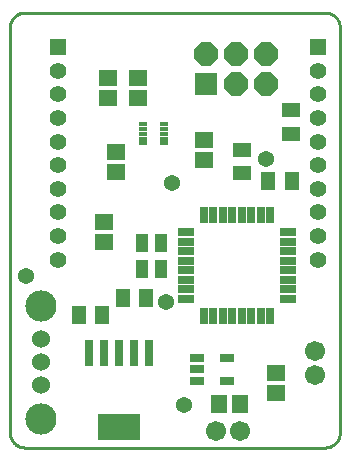
<source format=gts>
G75*
%MOIN*%
%OFA0B0*%
%FSLAX25Y25*%
%IPPOS*%
%LPD*%
%AMOC8*
5,1,8,0,0,1.08239X$1,22.5*
%
%ADD10C,0.01000*%
%ADD11R,0.06306X0.05518*%
%ADD12R,0.05518X0.06306*%
%ADD13R,0.05124X0.02565*%
%ADD14R,0.07800X0.07800*%
%ADD15OC8,0.07800*%
%ADD16C,0.05400*%
%ADD17R,0.04731X0.05912*%
%ADD18R,0.05912X0.04731*%
%ADD19R,0.04337X0.05912*%
%ADD20R,0.05400X0.02600*%
%ADD21R,0.02600X0.05400*%
%ADD22R,0.02762X0.09061*%
%ADD23R,0.14180X0.09061*%
%ADD24R,0.05550X0.05550*%
%ADD25C,0.05550*%
%ADD26C,0.06699*%
%ADD27C,0.06000*%
%ADD28C,0.10400*%
%ADD29R,0.02762X0.01286*%
D10*
X0018376Y0007817D02*
X0018376Y0142817D01*
X0018378Y0142957D01*
X0018384Y0143097D01*
X0018394Y0143237D01*
X0018407Y0143377D01*
X0018425Y0143516D01*
X0018447Y0143655D01*
X0018472Y0143792D01*
X0018501Y0143930D01*
X0018534Y0144066D01*
X0018571Y0144201D01*
X0018612Y0144335D01*
X0018657Y0144468D01*
X0018705Y0144600D01*
X0018757Y0144730D01*
X0018812Y0144859D01*
X0018871Y0144986D01*
X0018934Y0145112D01*
X0019000Y0145236D01*
X0019069Y0145357D01*
X0019142Y0145477D01*
X0019219Y0145595D01*
X0019298Y0145710D01*
X0019381Y0145824D01*
X0019467Y0145934D01*
X0019556Y0146043D01*
X0019648Y0146149D01*
X0019743Y0146252D01*
X0019840Y0146353D01*
X0019941Y0146450D01*
X0020044Y0146545D01*
X0020150Y0146637D01*
X0020259Y0146726D01*
X0020369Y0146812D01*
X0020483Y0146895D01*
X0020598Y0146974D01*
X0020716Y0147051D01*
X0020836Y0147124D01*
X0020957Y0147193D01*
X0021081Y0147259D01*
X0021207Y0147322D01*
X0021334Y0147381D01*
X0021463Y0147436D01*
X0021593Y0147488D01*
X0021725Y0147536D01*
X0021858Y0147581D01*
X0021992Y0147622D01*
X0022127Y0147659D01*
X0022263Y0147692D01*
X0022401Y0147721D01*
X0022538Y0147746D01*
X0022677Y0147768D01*
X0022816Y0147786D01*
X0022956Y0147799D01*
X0023096Y0147809D01*
X0023236Y0147815D01*
X0023376Y0147817D01*
X0123376Y0147817D01*
X0123516Y0147815D01*
X0123656Y0147809D01*
X0123796Y0147799D01*
X0123936Y0147786D01*
X0124075Y0147768D01*
X0124214Y0147746D01*
X0124351Y0147721D01*
X0124489Y0147692D01*
X0124625Y0147659D01*
X0124760Y0147622D01*
X0124894Y0147581D01*
X0125027Y0147536D01*
X0125159Y0147488D01*
X0125289Y0147436D01*
X0125418Y0147381D01*
X0125545Y0147322D01*
X0125671Y0147259D01*
X0125795Y0147193D01*
X0125916Y0147124D01*
X0126036Y0147051D01*
X0126154Y0146974D01*
X0126269Y0146895D01*
X0126383Y0146812D01*
X0126493Y0146726D01*
X0126602Y0146637D01*
X0126708Y0146545D01*
X0126811Y0146450D01*
X0126912Y0146353D01*
X0127009Y0146252D01*
X0127104Y0146149D01*
X0127196Y0146043D01*
X0127285Y0145934D01*
X0127371Y0145824D01*
X0127454Y0145710D01*
X0127533Y0145595D01*
X0127610Y0145477D01*
X0127683Y0145357D01*
X0127752Y0145236D01*
X0127818Y0145112D01*
X0127881Y0144986D01*
X0127940Y0144859D01*
X0127995Y0144730D01*
X0128047Y0144600D01*
X0128095Y0144468D01*
X0128140Y0144335D01*
X0128181Y0144201D01*
X0128218Y0144066D01*
X0128251Y0143930D01*
X0128280Y0143792D01*
X0128305Y0143655D01*
X0128327Y0143516D01*
X0128345Y0143377D01*
X0128358Y0143237D01*
X0128368Y0143097D01*
X0128374Y0142957D01*
X0128376Y0142817D01*
X0128376Y0007817D01*
X0128374Y0007677D01*
X0128368Y0007537D01*
X0128358Y0007397D01*
X0128345Y0007257D01*
X0128327Y0007118D01*
X0128305Y0006979D01*
X0128280Y0006842D01*
X0128251Y0006704D01*
X0128218Y0006568D01*
X0128181Y0006433D01*
X0128140Y0006299D01*
X0128095Y0006166D01*
X0128047Y0006034D01*
X0127995Y0005904D01*
X0127940Y0005775D01*
X0127881Y0005648D01*
X0127818Y0005522D01*
X0127752Y0005398D01*
X0127683Y0005277D01*
X0127610Y0005157D01*
X0127533Y0005039D01*
X0127454Y0004924D01*
X0127371Y0004810D01*
X0127285Y0004700D01*
X0127196Y0004591D01*
X0127104Y0004485D01*
X0127009Y0004382D01*
X0126912Y0004281D01*
X0126811Y0004184D01*
X0126708Y0004089D01*
X0126602Y0003997D01*
X0126493Y0003908D01*
X0126383Y0003822D01*
X0126269Y0003739D01*
X0126154Y0003660D01*
X0126036Y0003583D01*
X0125916Y0003510D01*
X0125795Y0003441D01*
X0125671Y0003375D01*
X0125545Y0003312D01*
X0125418Y0003253D01*
X0125289Y0003198D01*
X0125159Y0003146D01*
X0125027Y0003098D01*
X0124894Y0003053D01*
X0124760Y0003012D01*
X0124625Y0002975D01*
X0124489Y0002942D01*
X0124351Y0002913D01*
X0124214Y0002888D01*
X0124075Y0002866D01*
X0123936Y0002848D01*
X0123796Y0002835D01*
X0123656Y0002825D01*
X0123516Y0002819D01*
X0123376Y0002817D01*
X0023376Y0002817D01*
X0023236Y0002819D01*
X0023096Y0002825D01*
X0022956Y0002835D01*
X0022816Y0002848D01*
X0022677Y0002866D01*
X0022538Y0002888D01*
X0022401Y0002913D01*
X0022263Y0002942D01*
X0022127Y0002975D01*
X0021992Y0003012D01*
X0021858Y0003053D01*
X0021725Y0003098D01*
X0021593Y0003146D01*
X0021463Y0003198D01*
X0021334Y0003253D01*
X0021207Y0003312D01*
X0021081Y0003375D01*
X0020957Y0003441D01*
X0020836Y0003510D01*
X0020716Y0003583D01*
X0020598Y0003660D01*
X0020483Y0003739D01*
X0020369Y0003822D01*
X0020259Y0003908D01*
X0020150Y0003997D01*
X0020044Y0004089D01*
X0019941Y0004184D01*
X0019840Y0004281D01*
X0019743Y0004382D01*
X0019648Y0004485D01*
X0019556Y0004591D01*
X0019467Y0004700D01*
X0019381Y0004810D01*
X0019298Y0004924D01*
X0019219Y0005039D01*
X0019142Y0005157D01*
X0019069Y0005277D01*
X0019000Y0005398D01*
X0018934Y0005522D01*
X0018871Y0005648D01*
X0018812Y0005775D01*
X0018757Y0005904D01*
X0018705Y0006034D01*
X0018657Y0006166D01*
X0018612Y0006299D01*
X0018571Y0006433D01*
X0018534Y0006568D01*
X0018501Y0006704D01*
X0018472Y0006842D01*
X0018447Y0006979D01*
X0018425Y0007118D01*
X0018407Y0007257D01*
X0018394Y0007397D01*
X0018384Y0007537D01*
X0018378Y0007677D01*
X0018376Y0007817D01*
D11*
X0049734Y0071172D03*
X0049734Y0077865D03*
X0053875Y0094567D03*
X0053875Y0101260D03*
X0051089Y0119291D03*
X0051089Y0125984D03*
X0061180Y0125976D03*
X0061180Y0119283D03*
X0083243Y0105228D03*
X0083243Y0098535D03*
X0107156Y0027739D03*
X0107156Y0021046D03*
D12*
X0094951Y0017266D03*
X0088258Y0017266D03*
D13*
X0090896Y0025140D03*
X0090896Y0032620D03*
X0080659Y0032620D03*
X0080659Y0028880D03*
X0080659Y0025140D03*
D14*
X0083848Y0123920D03*
D15*
X0083848Y0133920D03*
X0093848Y0133920D03*
X0093848Y0123920D03*
X0103848Y0123920D03*
X0103848Y0133920D03*
D16*
X0103684Y0098960D03*
X0072407Y0090908D03*
X0070398Y0051304D03*
X0076486Y0016951D03*
X0023809Y0060020D03*
D17*
X0041368Y0046872D03*
X0049242Y0046872D03*
X0055935Y0052778D03*
X0063809Y0052778D03*
X0104502Y0091588D03*
X0112376Y0091588D03*
D18*
X0112077Y0107463D03*
X0112077Y0115337D03*
X0095782Y0102105D03*
X0095782Y0094231D03*
D19*
X0068691Y0070967D03*
X0062392Y0070967D03*
X0062392Y0062306D03*
X0068691Y0062306D03*
D20*
X0077224Y0061912D03*
X0077224Y0065061D03*
X0077224Y0068211D03*
X0077224Y0071361D03*
X0077224Y0074510D03*
X0077224Y0058762D03*
X0077224Y0055613D03*
X0077224Y0052463D03*
X0111024Y0052463D03*
X0111024Y0055613D03*
X0111024Y0058762D03*
X0111024Y0061912D03*
X0111024Y0065061D03*
X0111024Y0068211D03*
X0111024Y0071361D03*
X0111024Y0074510D03*
D21*
X0105148Y0080387D03*
X0101998Y0080387D03*
X0098848Y0080387D03*
X0095699Y0080387D03*
X0092549Y0080387D03*
X0089400Y0080387D03*
X0086250Y0080387D03*
X0083100Y0080387D03*
X0083100Y0046587D03*
X0086250Y0046587D03*
X0089400Y0046587D03*
X0092549Y0046587D03*
X0095699Y0046587D03*
X0098848Y0046587D03*
X0101998Y0046587D03*
X0105148Y0046587D03*
D22*
X0064833Y0034195D03*
X0059833Y0034195D03*
X0054833Y0034195D03*
X0049833Y0034195D03*
X0044833Y0034195D03*
D23*
X0054833Y0009786D03*
D24*
X0034456Y0136321D03*
X0121053Y0136321D03*
D25*
X0121053Y0128447D03*
X0121053Y0120573D03*
X0121053Y0112699D03*
X0121053Y0104825D03*
X0121053Y0096951D03*
X0121053Y0089077D03*
X0121053Y0081203D03*
X0121053Y0073329D03*
X0121053Y0065455D03*
X0034456Y0065455D03*
X0034456Y0073329D03*
X0034456Y0081203D03*
X0034456Y0089077D03*
X0034456Y0096951D03*
X0034456Y0104825D03*
X0034456Y0112699D03*
X0034456Y0120573D03*
X0034456Y0128447D03*
D26*
X0120187Y0034983D03*
X0120187Y0027109D03*
X0094951Y0008487D03*
X0087077Y0008487D03*
D27*
X0028809Y0023762D03*
X0028809Y0031243D03*
X0028809Y0039117D03*
D28*
X0028809Y0050140D03*
X0028809Y0012345D03*
D29*
X0062726Y0104212D03*
X0062726Y0105787D03*
X0062726Y0107362D03*
X0062726Y0108937D03*
X0062726Y0110511D03*
X0069813Y0110511D03*
X0069813Y0108937D03*
X0069813Y0107362D03*
X0069813Y0105787D03*
X0069813Y0104212D03*
M02*

</source>
